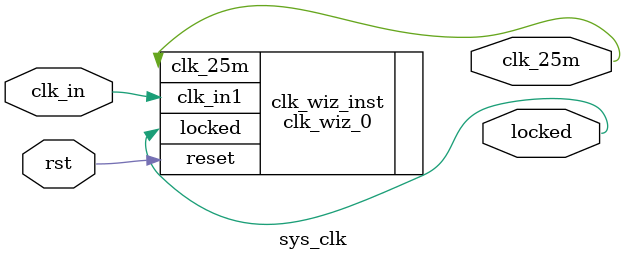
<source format=v>

module sys_clk (
    input       clk_in,
    input       rst,

    output      locked,
    output      clk_25m
);

  clk_wiz_0 clk_wiz_inst(
  
    .clk_in1(clk_in),
    .reset(rst), 
    .locked(locked),
    .clk_25m(clk_25m), 
  
  );



endmodule
</source>
